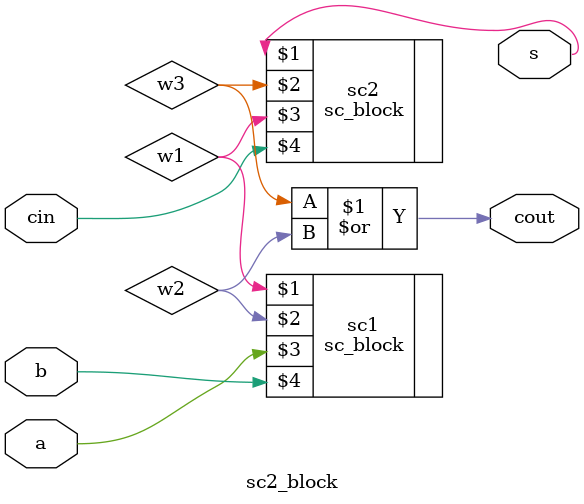
<source format=v>

module sc2_block(s, cout, a, b, cin);
	output s, cout;
	input a, b, cin;
	wire w1, w2, w3;

	sc_block sc1(w1, w2, a, b);
	sc_block sc2(s, w3, w1, cin);
	or or1(cout, w3, w2);
endmodule // sc2_block

</source>
